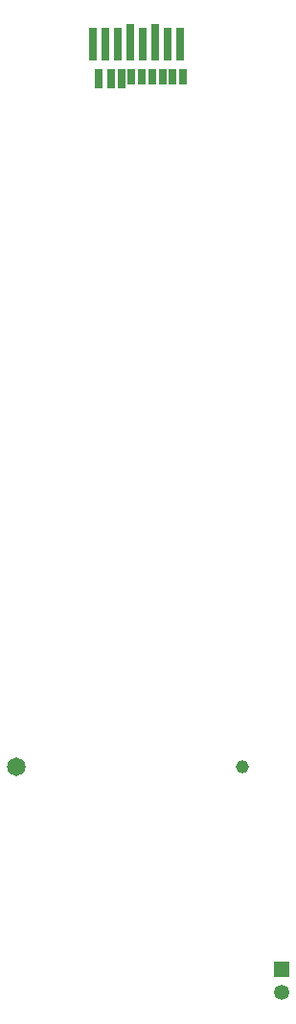
<source format=gts>
%TF.GenerationSoftware,KiCad,Pcbnew,9.0.2*%
%TF.CreationDate,2025-06-23T16:33:29+08:00*%
%TF.ProjectId,SDEX2M2 MicroSD Express to M.2 NVMe Adapter for Switch 2 WIP,53444558-324d-4322-904d-6963726f5344,rev?*%
%TF.SameCoordinates,Original*%
%TF.FileFunction,Soldermask,Top*%
%TF.FilePolarity,Negative*%
%FSLAX46Y46*%
G04 Gerber Fmt 4.6, Leading zero omitted, Abs format (unit mm)*
G04 Created by KiCad (PCBNEW 9.0.2) date 2025-06-23 16:33:29*
%MOMM*%
%LPD*%
G01*
G04 APERTURE LIST*
%ADD10R,0.800000X2.900000*%
%ADD11R,0.800000X3.200000*%
%ADD12R,0.760000X1.670000*%
%ADD13R,0.760000X1.370000*%
%ADD14R,1.350000X1.350000*%
%ADD15C,1.350000*%
%ADD16C,1.150000*%
%ADD17C,1.650000*%
G04 APERTURE END LIST*
D10*
%TO.C,J1*%
X137760000Y-80510000D03*
X138860000Y-80510000D03*
X139960000Y-80510000D03*
D11*
X141060000Y-80360000D03*
D10*
X142160000Y-80510000D03*
D11*
X143260000Y-80360000D03*
D10*
X144360000Y-80510000D03*
X145460000Y-80510000D03*
D12*
X138230000Y-83555000D03*
X140270000Y-83555000D03*
D13*
X141180000Y-83405000D03*
X142090000Y-83405000D03*
X143000000Y-83405000D03*
X143910000Y-83405000D03*
X144820000Y-83405000D03*
X145730000Y-83405000D03*
D12*
X139360000Y-83555000D03*
%TD*%
D14*
%TO.C,J2*%
X154450000Y-162150000D03*
D15*
X154450000Y-164150000D03*
%TD*%
D16*
%TO.C,J4*%
X151000000Y-144325000D03*
D17*
X131000000Y-144325000D03*
%TD*%
M02*

</source>
